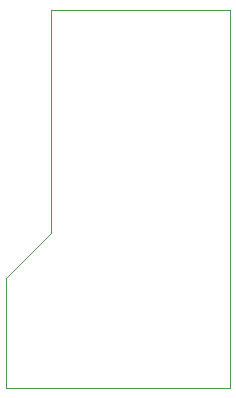
<source format=gbr>
G04 #@! TF.FileFunction,Profile,NP*
%FSLAX46Y46*%
G04 Gerber Fmt 4.6, Leading zero omitted, Abs format (unit mm)*
G04 Created by KiCad (PCBNEW 4.0.5) date 02/24/17 13:47:06*
%MOMM*%
%LPD*%
G01*
G04 APERTURE LIST*
%ADD10C,0.025400*%
%ADD11C,0.096520*%
%ADD12C,0.100000*%
G04 APERTURE END LIST*
D10*
D11*
X18973800Y32004000D02*
X3810000Y32004000D01*
X18973800Y0D02*
X18973800Y32004000D01*
X0Y0D02*
X18973800Y0D01*
D12*
X3810000Y13081000D02*
X3810000Y32004000D01*
X0Y9271000D02*
X3810000Y13081000D01*
X0Y0D02*
X0Y9271000D01*
M02*

</source>
